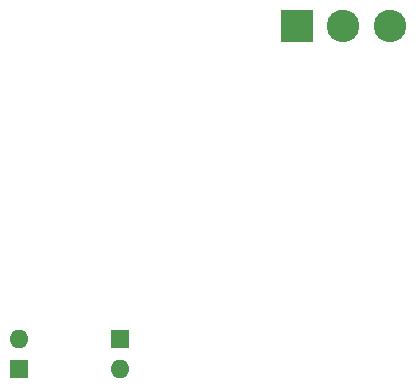
<source format=gbr>
%TF.GenerationSoftware,KiCad,Pcbnew,8.0.5*%
%TF.CreationDate,2024-10-10T13:47:41+03:00*%
%TF.ProjectId,kek,6b656b2e-6b69-4636-9164-5f7063625858,rev?*%
%TF.SameCoordinates,Original*%
%TF.FileFunction,Soldermask,Bot*%
%TF.FilePolarity,Negative*%
%FSLAX46Y46*%
G04 Gerber Fmt 4.6, Leading zero omitted, Abs format (unit mm)*
G04 Created by KiCad (PCBNEW 8.0.5) date 2024-10-10 13:47:41*
%MOMM*%
%LPD*%
G01*
G04 APERTURE LIST*
G04 Aperture macros list*
%AMRoundRect*
0 Rectangle with rounded corners*
0 $1 Rounding radius*
0 $2 $3 $4 $5 $6 $7 $8 $9 X,Y pos of 4 corners*
0 Add a 4 corners polygon primitive as box body*
4,1,4,$2,$3,$4,$5,$6,$7,$8,$9,$2,$3,0*
0 Add four circle primitives for the rounded corners*
1,1,$1+$1,$2,$3*
1,1,$1+$1,$4,$5*
1,1,$1+$1,$6,$7*
1,1,$1+$1,$8,$9*
0 Add four rect primitives between the rounded corners*
20,1,$1+$1,$2,$3,$4,$5,0*
20,1,$1+$1,$4,$5,$6,$7,0*
20,1,$1+$1,$6,$7,$8,$9,0*
20,1,$1+$1,$8,$9,$2,$3,0*%
G04 Aperture macros list end*
%ADD10R,1.600000X1.600000*%
%ADD11O,1.600000X1.600000*%
%ADD12RoundRect,0.102000X-1.275000X-1.275000X1.275000X-1.275000X1.275000X1.275000X-1.275000X1.275000X0*%
%ADD13C,2.754000*%
G04 APERTURE END LIST*
D10*
%TO.C,VD1*%
X106500000Y-98000000D03*
D11*
X106500000Y-95460000D03*
%TD*%
D10*
%TO.C,VD2*%
X115000000Y-95500000D03*
D11*
X115000000Y-98040000D03*
%TD*%
D12*
%TO.C,X1*%
X129977750Y-68937500D03*
D13*
X133937750Y-68937500D03*
X137897750Y-68937500D03*
%TD*%
M02*

</source>
